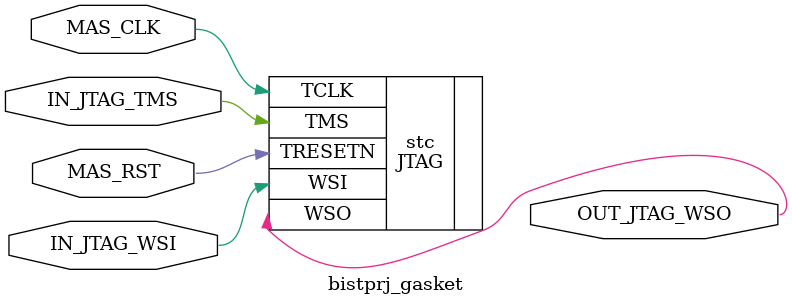
<source format=v>
module bistprj_gasket(
input 
	MAS_CLK,
	MAS_RST,
	IN_JTAG_TMS,
	IN_JTAG_WSI,
	//to do : add phy signals for bist
output
	OUT_JTAG_WSO 	
);

// wires for the internal connections to phy !!!! 
wire gasket2jtag_tms;
wire gasket2jtag_clk;
wire gasket2jtag_rst;
wire gasket2jtag_wsi;
wire jtag2gasket_wso;
//instance of the stack which holds the tdr's

//to do : add tdr's output data and connect to phy inputs
JTAG stc(
	.TMS(IN_JTAG_TMS),
    .TCLK(MAS_CLK),
    .TRESETN(MAS_RST),
    .WSI(IN_JTAG_WSI),
    .WSO(OUT_JTAG_WSO)
	);
endmodule
	    
</source>
